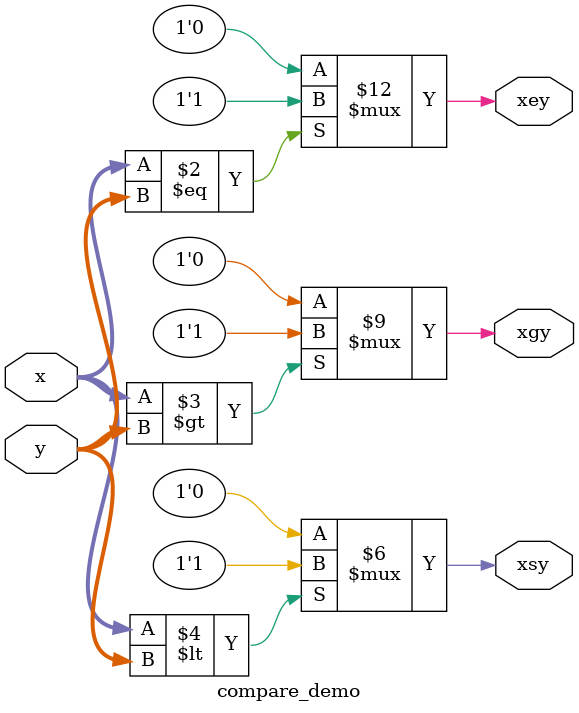
<source format=v>
`timescale 1ns / 1ps


module compare_demo(x,y,xgy,xsy,xey
    );
    input [width-1:0] x,y;
    output xgy,xsy,xey;
    reg xgy,xsy,xey;
    
    parameter width=3;
    
    always@(x or y)
    begin 
        if (x==y)
            xey=1;
        else xey=0;
        
        if (x>y)
            xgy=1;
        else xgy=0;
        
        if (x<y)
            xsy=1;
        else xsy=0;
    end
    
endmodule

</source>
